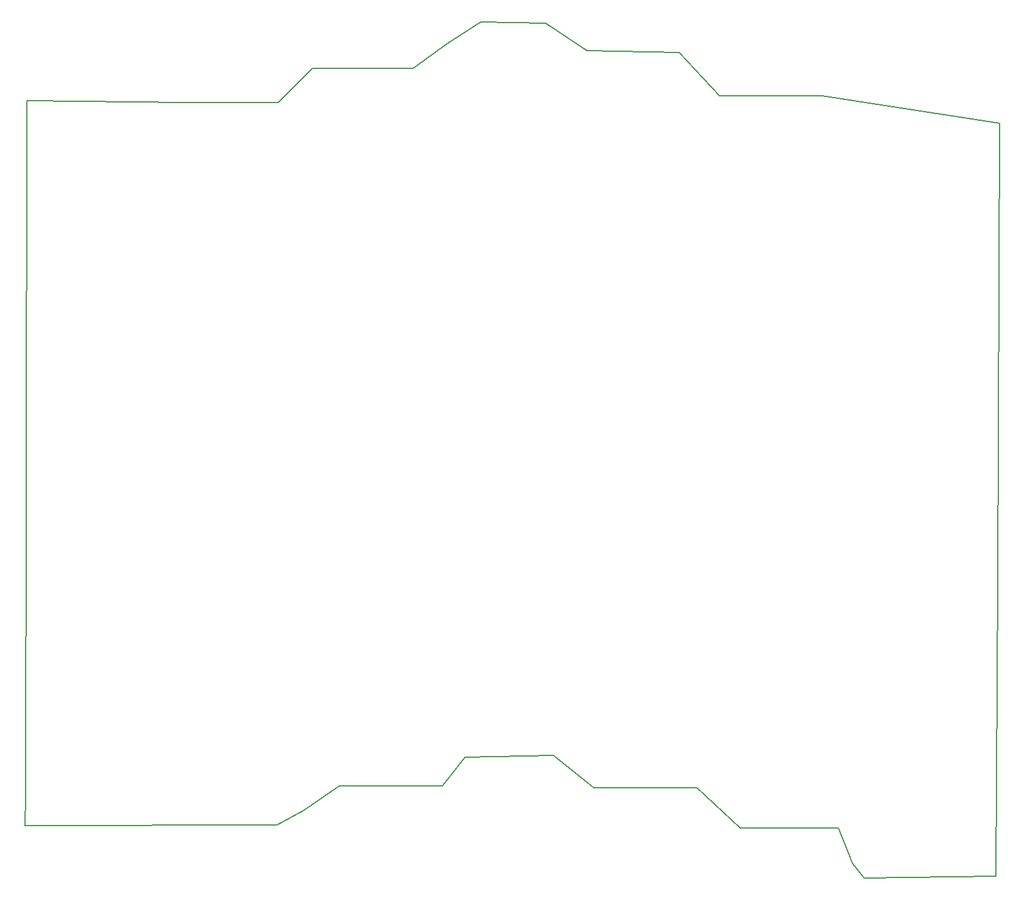
<source format=gbr>
G04 #@! TF.FileFunction,Profile,NP*
%FSLAX46Y46*%
G04 Gerber Fmt 4.6, Leading zero omitted, Abs format (unit mm)*
G04 Created by KiCad (PCBNEW 4.0.7) date Wednesday, February 06, 2019 'PMt' 10:52:11 PM*
%MOMM*%
%LPD*%
G01*
G04 APERTURE LIST*
%ADD10C,0.100000*%
%ADD11C,0.150000*%
G04 APERTURE END LIST*
D10*
D11*
X73150000Y-152350000D02*
X76900000Y-150350000D01*
X38200000Y-152450000D02*
X73150000Y-152350000D01*
X38250000Y-150400000D02*
X38200000Y-152450000D01*
X38500000Y-51900000D02*
X38500000Y-55450000D01*
X60400000Y-52100000D02*
X38500000Y-51900000D01*
X73350000Y-52100000D02*
X60400000Y-52100000D01*
X78050000Y-47400000D02*
X73350000Y-52100000D01*
X92100000Y-47400000D02*
X78050000Y-47400000D01*
X97000000Y-43850000D02*
X92100000Y-47400000D01*
X101500000Y-40950000D02*
X97000000Y-43850000D01*
X110400000Y-41150000D02*
X101500000Y-40950000D01*
X116200000Y-44950000D02*
X110400000Y-41150000D01*
X128950000Y-45200000D02*
X116200000Y-44950000D01*
X134550000Y-51200000D02*
X128950000Y-45200000D01*
X148800000Y-51200000D02*
X134550000Y-51200000D01*
X173400000Y-55000000D02*
X148800000Y-51200000D01*
X173150000Y-118650000D02*
X173400000Y-55000000D01*
X172950000Y-159500000D02*
X173150000Y-118650000D01*
X154600000Y-159750000D02*
X172950000Y-159500000D01*
X153050000Y-157700000D02*
X154600000Y-159750000D01*
X151050000Y-152800000D02*
X153050000Y-157700000D01*
X137450000Y-152800000D02*
X151050000Y-152800000D01*
X131400000Y-147200000D02*
X137450000Y-152800000D01*
X117100000Y-147200000D02*
X131400000Y-147200000D01*
X111550000Y-142750000D02*
X117100000Y-147200000D01*
X99250000Y-143000000D02*
X111550000Y-142750000D01*
X96100000Y-147000000D02*
X99250000Y-143000000D01*
X81850000Y-147000000D02*
X96100000Y-147000000D01*
X76900000Y-150350000D02*
X81850000Y-147000000D01*
X38500000Y-54550000D02*
X38300000Y-150350000D01*
M02*

</source>
